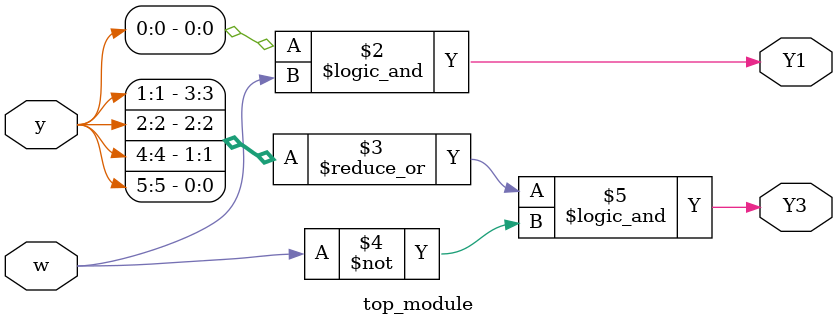
<source format=v>
module top_module (
    input [5:0] y,
    input w,
    output Y1,
    output Y3
);
    assign Y1 = (y[0] == 1) && w;
    assign Y3 = |{y[1], y[2], y[4], y[5]} && ~w;

endmodule

</source>
